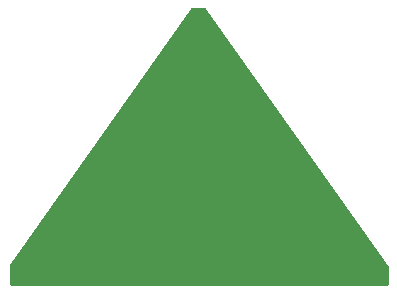
<source format=gtl>
G04 #@! TF.GenerationSoftware,KiCad,Pcbnew,(5.1.6)-1*
G04 #@! TF.CreationDate,2020-12-22T11:04:26+08:00*
G04 #@! TF.ProjectId,LED_A1.0,4c45445f-4131-42e3-902e-6b696361645f,rev?*
G04 #@! TF.SameCoordinates,Original*
G04 #@! TF.FileFunction,Copper,L1,Top*
G04 #@! TF.FilePolarity,Positive*
%FSLAX46Y46*%
G04 Gerber Fmt 4.6, Leading zero omitted, Abs format (unit mm)*
G04 Created by KiCad (PCBNEW (5.1.6)-1) date 2020-12-22 11:04:26*
%MOMM*%
%LPD*%
G01*
G04 APERTURE LIST*
G04 #@! TA.AperFunction,ViaPad*
%ADD10C,0.800000*%
G04 #@! TD*
G04 #@! TA.AperFunction,Conductor*
%ADD11C,0.254000*%
G04 #@! TD*
G04 APERTURE END LIST*
D10*
X48755300Y-33553400D03*
X46697900Y-35052000D03*
X41351200Y-24130000D03*
X38900100Y-20332700D03*
X34899600Y-20294600D03*
X32308800Y-24155400D03*
X29527500Y-28028900D03*
X27508200Y-35077400D03*
X30937200Y-35064700D03*
X36918900Y-35090100D03*
X30937200Y-31800800D03*
X44437300Y-27990800D03*
X43472100Y-35077400D03*
X37071300Y-24142700D03*
D11*
G36*
X52934001Y-36938299D02*
G01*
X52934000Y-38329000D01*
X21132400Y-38329000D01*
X21132400Y-36785409D01*
X36460858Y-15061800D01*
X37453704Y-15061800D01*
X52934001Y-36938299D01*
G37*
X52934001Y-36938299D02*
X52934000Y-38329000D01*
X21132400Y-38329000D01*
X21132400Y-36785409D01*
X36460858Y-15061800D01*
X37453704Y-15061800D01*
X52934001Y-36938299D01*
M02*

</source>
